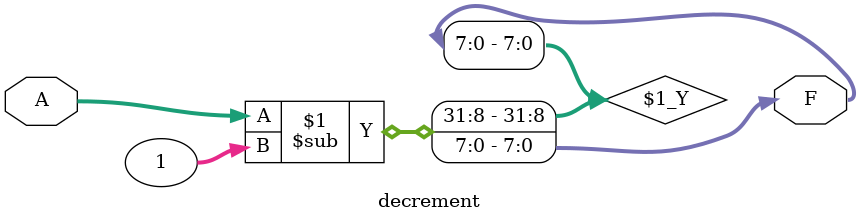
<source format=v>
module decrement (
    input [7:0] A,
    output [7:0] F
);
    assign F = A - 1;
endmodule
</source>
